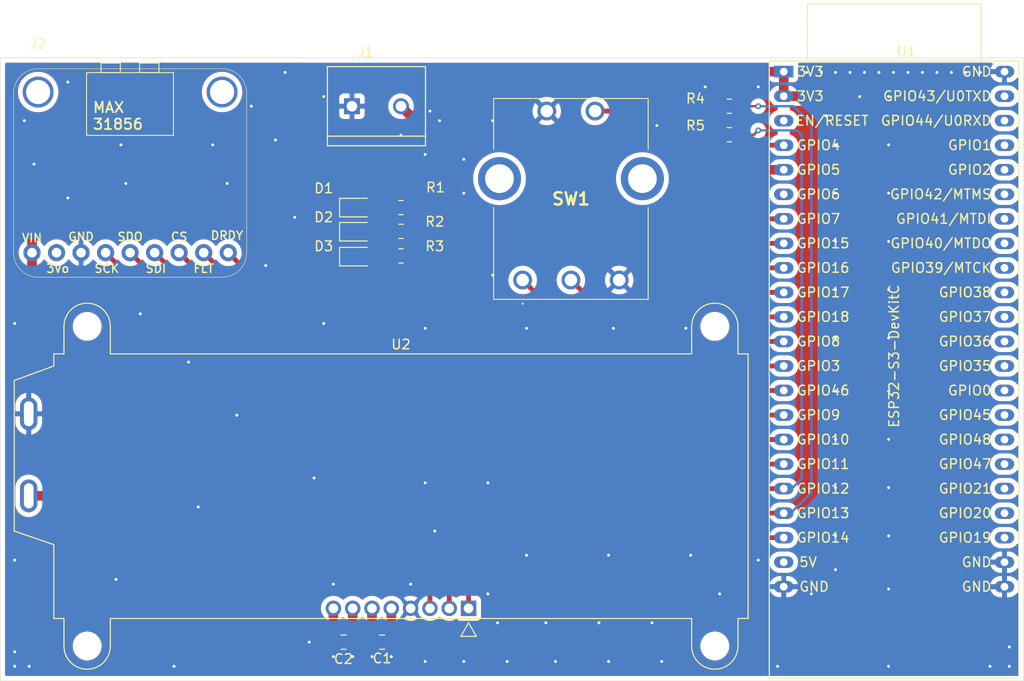
<source format=kicad_pcb>
(kicad_pcb (version 20241229) (generator "pcbnew") (generator_version "9.0")
  (title_block (title "Tube Furnace PCB") (date "2025-03-26") (rev "v2") (company "Waterloo Hacker Fab"))
  (layers (0 "F.Cu" signal) (2 "B.Cu" signal) (13 "F.Paste" user) (15 "B.Paste" user) (5 "F.SilkS" user "F.Silkscreen") (7 "B.SilkS" user "B.Silkscreen") (1 "F.Mask" user) (3 "B.Mask" user) (25 "Edge.Cuts" user))
  (net 0 "")
  (net 1 "GND")
  (net 2 "+3.3V")
  (net 3 "+5V")
  (net 4 "/SSR_PWM")
  (net 5 "Net-(D3-A)")
  (net 6 "Net-(D2-A)")
  (net 7 "Net-(D1-A)")
  (net 8 "Net-(U2-VOUT)")
  (net 9 "Net-(U2-C1+)")
  (net 10 "Net-(U2-C1-)")
  (net 11 "/SCL")
  (net 12 "/SDA")
  (net 13 "/ENC_B")
  (net 14 "/ENC_A")
  (net 15 "/ENC_SW")
  (net 16 "/MAX_SDO")
  (net 17 "/MAX_SCK")
  (net 18 "/MAX_DRDY")
  (net 19 "/MAX_3.3VOUT")
  (net 20 "/MAX_SDI")
  (net 21 "/MAX_CS")
  (net 22 "/MAX_FAULT")
  (net 23 "/DISPLAY_RST")
  (net 24 "/LED_1")
  (net 25 "/LED_2")
  (net 26 "/LED_3")
  (footprint "Diode_SMD:D_0805_2012Metric_Pad1.15x1.40mm_HandSolder" (layer "F.Cu") (at 121 76.5)
    (property "Reference" "D2" (hide yes))
    (property "Value" "LED")
    (pad "1" smd roundrect (at -1.025 0) (size 1.15 1.4) (layers "F.Cu" "F.Mask" "F.Paste") (roundrect_rratio 0.217391) (net 1 "GND"))
    (pad "2" smd roundrect (at 1.025 0) (size 1.15 1.4) (layers "F.Cu" "F.Mask" "F.Paste") (roundrect_rratio 0.217391) (net 6 "Net-(D2-A)"))
  )
  (footprint "phoenix_footprints:TE_282837-2" (layer "F.Cu") (at 122.96 63.5)
    (property "Reference" "J1" (at -1.127255 -5.614945 0) (layer "F.SilkS") (effects (font (size 1.002039 1.002039))))
    (property "Value" "Screw_Terminal_01x02")
    (pad "1" thru_hole rect (at -2.54 0) (size 1.65 1.65) (drill 1.1) (layers "*.Cu" "*.Mask") (net 1 "GND"))
    (pad "2" thru_hole circle (at 2.54 0) (size 1.65 1.65) (drill 1.1) (layers "*.Cu" "*.Mask") (net 4 "/SSR_PWM"))
  )
  (footprint "Capacitor_SMD:C_0805_2012Metric" (layer "F.Cu") (at 123.55 119 180)
    (property "Reference" "C1" (at 0 -1.68 0) (layer "F.SilkS"))
    (property "Value" "1uF")
    (pad "1" smd roundrect (at -0.95 0 180) (size 1 1.45) (layers "F.Cu" "F.Mask" "F.Paste") (net 2 "+3.3V"))
    (pad "2" smd roundrect (at 0.95 0 180) (size 1 1.45) (layers "F.Cu" "F.Mask" "F.Paste") (net 8 "Net-(U2-VOUT)"))
  )
  (footprint "Resistor_SMD:R_0805_2012Metric_Pad1.20x1.40mm_HandSolder" (layer "F.Cu") (at 125.5 76.46 180)
    (property "Reference" "R2" (at -3.5 1 0) (layer "F.SilkS"))
    (property "Value" "220")
    (pad "1" smd roundrect (at -1 0 180) (size 1.2 1.4) (layers "F.Cu" "F.Mask" "F.Paste") (roundrect_rratio 0.208333) (net 25 "/LED_2"))
    (pad "2" smd roundrect (at 1 0 180) (size 1.2 1.4) (layers "F.Cu" "F.Mask" "F.Paste") (roundrect_rratio 0.208333) (net 6 "Net-(D2-A)"))
  )
  (footprint "Capacitor_SMD:C_0805_2012Metric" (layer "F.Cu") (at 119.55 119 180)
    (property "Reference" "C2" (at 0.008519 -1.745267 0) (layer "F.SilkS"))
    (property "Value" "1uF")
    (pad "1" smd roundrect (at -0.95 0 180) (size 1 1.45) (layers "F.Cu" "F.Mask" "F.Paste") (net 9 "Net-(U2-C1+)"))
    (pad "2" smd roundrect (at 0.95 0 180) (size 1 1.45) (layers "F.Cu" "F.Mask" "F.Paste") (net 10 "Net-(U2-C1-)"))
  )
  (footprint "Resistor_SMD:R_0805_2012Metric_Pad1.20x1.40mm_HandSolder" (layer "F.Cu") (at 125.5 79 180)
    (property "Reference" "R3" (at -3.5 1 0) (layer "F.SilkS"))
    (property "Value" "220")
    (pad "1" smd roundrect (at -1 0 180) (size 1.2 1.4) (layers "F.Cu" "F.Mask" "F.Paste") (roundrect_rratio 0.208333) (net 26 "/LED_3"))
    (pad "2" smd roundrect (at 1 0 180) (size 1.2 1.4) (layers "F.Cu" "F.Mask" "F.Paste") (roundrect_rratio 0.208333) (net 5 "Net-(D3-A)"))
  )
  (footprint "!footprints:PEC164120FS0012" (layer "F.Cu") (at 138.1 81.5)
    (property "Reference" "SW1" (at 5 -8.4 0) (layer "F.SilkS") (effects (font (size 1.27 1.27) (thickness 0.254))))
    (property "Value" "RotaryEncoder_Switch" (hide yes))
    (pad "A" thru_hole circle (at 0 0) (size 1.95 1.95) (drill 1.3) (layers "*.Cu" "*.Mask") (net 14 "/ENC_A"))
    (pad "B" thru_hole circle (at 5 0) (size 1.95 1.95) (drill 1.3) (layers "*.Cu" "*.Mask") (net 13 "/ENC_B"))
    (pad "C" thru_hole circle (at 10 0) (size 1.95 1.95) (drill 1.3) (layers "*.Cu" "*.Mask") (net 1 "GND"))
    (pad "MH1" thru_hole circle (at -2.4 -10.5) (size 4.46 4.46) (drill 2.9732) (layers "*.Cu" "*.Mask"))
    (pad "MH2" thru_hole circle (at 12.4 -10.5) (size 4.46 4.46) (drill 2.9732) (layers "*.Cu" "*.Mask"))
    (pad "S1" thru_hole circle (at 2.5 -17.5) (size 1.95 1.95) (drill 1.3) (layers "*.Cu" "*.Mask") (net 1 "GND"))
    (pad "S2" thru_hole circle (at 7.5 -17.5) (size 1.95 1.95) (drill 1.3) (layers "*.Cu" "*.Mask") (net 15 "/ENC_SW"))
  )
  (footprint "Diode_SMD:D_0805_2012Metric_Pad1.15x1.40mm_HandSolder" (layer "F.Cu") (at 121 79.08)
    (property "Reference" "D3" (hide yes))
    (property "Value" "LED")
    (pad "1" smd roundrect (at -1.025 0) (size 1.15 1.4) (layers "F.Cu" "F.Mask" "F.Paste") (roundrect_rratio 0.217391) (net 1 "GND"))
    (pad "2" smd roundrect (at 1.025 0) (size 1.15 1.4) (layers "F.Cu" "F.Mask" "F.Paste") (roundrect_rratio 0.217391) (net 5 "Net-(D3-A)"))
  )
  (footprint "Resistor_SMD:R_0805_2012Metric_Pad1.20x1.40mm_HandSolder" (layer "F.Cu") (at 159.5 66.45)
    (property "Reference" "R5" (at -3.5 -0.95 0) (layer "F.SilkS"))
    (property "Value" "4.7k")
    (pad "1" smd roundrect (at -1 0) (size 1.2 1.4) (layers "F.Cu" "F.Mask" "F.Paste") (roundrect_rratio 0.208333) (net 2 "+3.3V"))
    (pad "2" smd roundrect (at 1 0) (size 1.2 1.4) (layers "F.Cu" "F.Mask" "F.Paste") (roundrect_rratio 0.208333) (net 12 "/SDA"))
  )
  (footprint "Resistor_SMD:R_0805_2012Metric_Pad1.20x1.40mm_HandSolder" (layer "F.Cu") (at 159.5 63.5)
    (property "Reference" "R4" (at -3.5 -0.8 0) (layer "F.SilkS"))
    (property "Value" "4.7k")
    (pad "1" smd roundrect (at -1 0) (size 1.2 1.4) (layers "F.Cu" "F.Mask" "F.Paste") (roundrect_rratio 0.208333) (net 2 "+3.3V"))
    (pad "2" smd roundrect (at 1 0) (size 1.2 1.4) (layers "F.Cu" "F.Mask" "F.Paste") (roundrect_rratio 0.208333) (net 11 "/SCL"))
  )
  (footprint "Diode_SMD:D_0805_2012Metric_Pad1.15x1.40mm_HandSolder" (layer "F.Cu") (at 121 74)
    (property "Reference" "D1" (hide yes))
    (property "Value" "LED")
    (pad "1" smd roundrect (at -1.025 0) (size 1.15 1.4) (layers "F.Cu" "F.Mask" "F.Paste") (roundrect_rratio 0.217391) (net 1 "GND"))
    (pad "2" smd roundrect (at 1.025 0) (size 1.15 1.4) (layers "F.Cu" "F.Mask" "F.Paste") (roundrect_rratio 0.217391) (net 7 "Net-(D1-A)"))
  )
  (footprint "Display:NHD-C0220BiZ" (layer "F.Cu") (at 125.5 99.6)
    (property "Reference" "U2" (at 0 -11.43 0) (layer "F.SilkS"))
    (property "Value" "NHD-C0220BIZ")
    (pad "" np_thru_hole circle (at -32.5 -13.3) (size 2.5 2.5) (drill 2.5) (layers "*.Cu" "*.Mask"))
    (pad "" np_thru_hole circle (at -32.5 19.8) (size 2.5 2.5) (drill 2.5) (layers "*.Cu" "*.Mask"))
    (pad "" np_thru_hole circle (at 32.5 -13.3) (size 2.5 2.5) (drill 2.5) (layers "*.Cu" "*.Mask"))
    (pad "" np_thru_hole circle (at 32.5 19.8) (size 2.5 2.5) (drill 2.5) (layers "*.Cu" "*.Mask"))
    (pad "1" thru_hole rect (at 7 15.9) (size 1.6 1.6) (drill 1) (layers "*.Cu" "*.Mask") (net 23 "/DISPLAY_RST"))
    (pad "2" thru_hole circle (at 5 15.9) (size 1.6 1.6) (drill 1) (layers "*.Cu" "*.Mask") (net 11 "/SCL"))
    (pad "3" thru_hole circle (at 3 15.9) (size 1.6 1.6) (drill 1) (layers "*.Cu" "*.Mask") (net 12 "/SDA"))
    (pad "4" thru_hole circle (at 1 15.9) (size 1.6 1.6) (drill 1) (layers "*.Cu" "*.Mask") (net 1 "GND"))
    (pad "5" thru_hole circle (at -1 15.9) (size 1.6 1.6) (drill 1) (layers "*.Cu" "*.Mask") (net 2 "+3.3V"))
    (pad "6" thru_hole circle (at -3 15.9) (size 1.6 1.6) (drill 1) (layers "*.Cu" "*.Mask") (net 8 "Net-(U2-VOUT)"))
    (pad "7" thru_hole circle (at -5 15.9) (size 1.6 1.6) (drill 1) (layers "*.Cu" "*.Mask") (net 9 "Net-(U2-C1+)"))
    (pad "8" thru_hole circle (at -7 15.9) (size 1.6 1.6) (drill 1) (layers "*.Cu" "*.Mask") (net 10 "Net-(U2-C1-)"))
    (pad "9" thru_hole oval (at -38.55 4.25) (size 1.8 3.4) (drill oval 1 2.6) (layers "*.Cu" "*.Mask") (net 2 "+3.3V"))
    (pad "10" thru_hole oval (at -38.55 -4.25) (size 1.8 3.4) (drill oval 1 2.6) (layers "*.Cu" "*.Mask") (net 1 "GND"))
  )
  (footprint "PCM_Espressif:ESP32-S3-DevKitC" (layer "F.Cu") (at 165.14 59.92)
    (property "Reference" "U1" (at 12.7 -2.1 0) (layer "F.SilkS"))
    (property "Value" "ESP32-S3-DevKitC" (at 11.42632 29.46128 90) (layer "F.SilkS"))
    (fp_text user "GPIO47" (at 21.59 40.64 0) (layer "F.SilkS") (effects (justify right)))
    (fp_text user "3V3" (at 1.27 0 0) (layer "F.SilkS") (effects (justify left)))
    (fp_text user "GPIO18" (at 1.27 25.4 0) (layer "F.SilkS") (effects (justify left)))
    (fp_text user "GND" (at 1.52032 53.33728 0) (layer "F.SilkS") (effects (justify left)))
    (fp_text user "GPIO12" (at 1.27 43.18 0) (layer "F.SilkS") (effects (justify left)))
    (fp_text user "GPIO11" (at 1.27 40.64 0) (layer "F.SilkS") (effects (justify left)))
    (fp_text user "GPIO48" (at 21.59 38.1 0) (layer "F.SilkS") (effects (justify right)))
    (fp_text user "GPIO2" (at 21.59 10.16 0) (layer "F.SilkS") (effects (justify right)))
    (fp_text user "GPIO36" (at 21.59 27.94 0) (layer "F.SilkS") (effects (justify right)))
    (fp_text user "3V3" (at 1.27 2.54 0) (layer "F.SilkS") (effects (justify left)))
    (fp_text user "GPIO40/MTDO" (at 21.59 17.78 0) (layer "F.SilkS") (effects (justify right)))
    (fp_text user "GPIO9" (at 1.27 35.56 0) (layer "F.SilkS") (effects (justify left)))
    (fp_text user "GND" (at 21.59 50.8 0) (layer "F.SilkS") (effects (justify right)))
    (fp_text user "GPIO17" (at 1.27 22.86 0) (layer "F.SilkS") (effects (justify left)))
    (fp_text user "GPIO21" (at 21.59 43.18 0) (layer "F.SilkS") (effects (justify right)))
    (fp_text user "GPIO6" (at 1.27 12.7 0) (layer "F.SilkS") (effects (justify left)))
    (fp_text user "GPIO5" (at 1.27 10.16 0) (layer "F.SilkS") (effects (justify left)))
    (fp_text user "GPIO19" (at 21.59 48.26 0) (layer "F.SilkS") (effects (justify right)))
    (fp_text user "GPIO37" (at 21.59 25.4 0) (layer "F.SilkS") (effects (justify right)))
    (fp_text user "GPIO20" (at 21.59 45.72 0) (layer "F.SilkS") (effects (justify right)))
    (fp_text user "GPIO38" (at 21.59 22.86 0) (layer "F.SilkS") (effects (justify right)))
    (fp_text user "GPIO7" (at 1.27 15.24 0) (layer "F.SilkS") (effects (justify left)))
    (fp_text user "GPIO39/MTCK" (at 21.59 20.32 0) (layer "F.SilkS") (effects (justify right)))
    (fp_text user "5V" (at 1.52032 50.79728 0) (layer "F.SilkS") (effects (justify left)))
    (fp_text user "GPIO44/U0RXD" (at 21.59 5.08 0) (layer "F.SilkS") (effects (justify right)))
    (fp_text user "GPIO0" (at 21.59 33.02 0) (layer "F.SilkS") (effects (justify right)))
    (fp_text user "GND" (at 21.59 0 0) (layer "F.SilkS") (effects (justify right)))
    (fp_text user "GPIO42/MTMS" (at 21.59 12.7 0) (layer "F.SilkS") (effects (justify right)))
    (fp_text user "GPIO4" (at 1.27 7.62 0) (layer "F.SilkS") (effects (justify left)))
    (fp_text user "GPIO10" (at 1.27 38.1 0) (layer "F.SilkS") (effects (justify left)))
    (fp_text user "GPIO13" (at 1.27 45.72 0) (layer "F.SilkS") (effects (justify left)))
    (fp_text user "GPIO46" (at 1.27 33.02 0) (layer "F.SilkS") (effects (justify left)))
    (fp_text user "GPIO8" (at 1.27 27.94 0) (layer "F.SilkS") (effects (justify left)))
    (fp_text user "GPIO41/MTDI" (at 21.59 15.24 0) (layer "F.SilkS") (effects (justify right)))
    (fp_text user "GPIO15" (at 1.27 17.78 0) (layer "F.SilkS") (effects (justify left)))
    (fp_text user "GPIO35" (at 21.59 30.48 0) (layer "F.SilkS") (effects (justify right)))
    (fp_text user "GND" (at 21.59 53.34 0) (layer "F.SilkS") (effects (justify right)))
    (fp_text user "GPIO14" (at 1.27 48.26 0) (layer "F.SilkS") (effects (justify left)))
    (fp_text user "GPIO1" (at 21.59 7.62 0) (layer "F.SilkS") (effects (justify right)))
    (fp_text user "GPIO43/U0TXD" (at 21.59 2.54 0) (layer "F.SilkS") (effects (justify right)))
    (fp_text user "GPIO45" (at 21.59 35.56 0) (layer "F.SilkS") (effects (justify right)))
    (fp_text user "GPIO16" (at 1.27 20.32 0) (layer "F.SilkS") (effects (justify left)))
    (fp_text user "GPIO3" (at 1.27 30.48 0) (layer "F.SilkS") (effects (justify left)))
    (fp_text user "EN/RESET" (at 8.88632 5.07728 0) (layer "F.SilkS") (effects (justify right)))
    (pad "1" thru_hole rect (at 0 0 270) (size 1.2 2) (drill 0.8) (layers "*.Cu" "*.Mask") (net 2 "+3.3V"))
    (pad "2" thru_hole oval (at 0 2.54 270) (size 1.2 2) (drill 0.8) (layers "*.Cu" "*.Mask") (net 2 "+3.3V"))
    (pad "3" thru_hole oval (at 0 5.08 270) (size 1.2 2) (drill 0.8) (layers "*.Cu" "*.Mask"))
    (pad "4" thru_hole oval (at 0 7.62 270) (size 1.2 2) (drill 0.8) (layers "*.Cu" "*.Mask") (net 15 "/ENC_SW"))
    (pad "5" thru_hole oval (at 0 10.16 270) (size 1.2 2) (drill 0.8) (layers "*.Cu" "*.Mask") (net 4 "/SSR_PWM"))
    (pad "6" thru_hole oval (at 0 12.7 270) (size 1.2 2) (drill 0.8) (layers "*.Cu" "*.Mask"))
    (pad "7" thru_hole oval (at 0 15.24 270) (size 1.2 2) (drill 0.8) (layers "*.Cu" "*.Mask") (net 24 "/LED_1"))
    (pad "8" thru_hole oval (at 0 17.78 270) (size 1.2 2) (drill 0.8) (layers "*.Cu" "*.Mask") (net 25 "/LED_2"))
    (pad "9" thru_hole oval (at 0 20.32 270) (size 1.2 2) (drill 0.8) (layers "*.Cu" "*.Mask") (net 26 "/LED_3"))
    (pad "10" thru_hole oval (at 0 22.86 270) (size 1.2 2) (drill 0.8) (layers "*.Cu" "*.Mask") (net 13 "/ENC_B"))
    (pad "11" thru_hole oval (at 0 25.4 270) (size 1.2 2) (drill 0.8) (layers "*.Cu" "*.Mask") (net 14 "/ENC_A"))
    (pad "12" thru_hole oval (at 0 27.94 270) (size 1.2 2) (drill 0.8) (layers "*.Cu" "*.Mask") (net 18 "/MAX_DRDY"))
    (pad "13" thru_hole oval (at 0 30.48 270) (size 1.2 2) (drill 0.8) (layers "*.Cu" "*.Mask") (net 22 "/MAX_FAULT"))
    (pad "14" thru_hole oval (at 0 33.02 270) (size 1.2 2) (drill 0.8) (layers "*.Cu" "*.Mask") (net 21 "/MAX_CS"))
    (pad "15" thru_hole oval (at 0 35.56 270) (size 1.2 2) (drill 0.8) (layers "*.Cu" "*.Mask") (net 20 "/MAX_SDI"))
    (pad "16" thru_hole oval (at 0 38.1 270) (size 1.2 2) (drill 0.8) (layers "*.Cu" "*.Mask") (net 16 "/MAX_SDO"))
    (pad "17" thru_hole oval (at 0 40.64 270) (size 1.2 2) (drill 0.8) (layers "*.Cu" "*.Mask") (net 17 "/MAX_SCK"))
    (pad "18" thru_hole oval (at 0 43.18 270) (size 1.2 2) (drill 0.8) (layers "*.Cu" "*.Mask") (net 12 "/SDA"))
    (pad "19" thru_hole oval (at 0 45.72 270) (size 1.2 2) (drill 0.8) (layers "*.Cu" "*.Mask") (net 11 "/SCL"))
    (pad "20" thru_hole oval (at -0.00368 48.25728 270) (size 1.2 2) (drill 0.8) (layers "*.Cu" "*.Mask") (net 23 "/DISPLAY_RST"))
    (pad "21" thru_hole oval (at -0.00368 50.79728 270) (size 1.2 2) (drill 0.8) (layers "*.Cu" "*.Mask") (net 3 "+5V"))
    (pad "22" thru_hole oval (at -0.00368 53.33728 270) (size 1.2 2) (drill 0.8) (layers "*.Cu" "*.Mask") (net 1 "GND"))
    (pad "23" thru_hole oval (at 22.86 53.34 270) (size 1.2 2) (drill 0.8) (layers "*.Cu" "*.Mask") (net 1 "GND"))
    (pad "24" thru_hole oval (at 22.86 50.8 270) (size 1.2 2) (drill 0.8) (layers "*.Cu" "*.Mask") (net 1 "GND"))
    (pad "25" thru_hole oval (at 22.86 48.26 270) (size 1.2 2) (drill 0.8) (layers "*.Cu" "*.Mask"))
    (pad "26" thru_hole oval (at 22.86 45.72 270) (size 1.2 2) (drill 0.8) (layers "*.Cu" "*.Mask"))
    (pad "27" thru_hole oval (at 22.86 43.18 270) (size 1.2 2) (drill 0.8) (layers "*.Cu" "*.Mask"))
    (pad "28" thru_hole oval (at 22.86 40.64 270) (size 1.2 2) (drill 0.8) (layers "*.Cu" "*.Mask"))
    (pad "29" thru_hole oval (at 22.86 38.1 270) (size 1.2 2) (drill 0.8) (layers "*.Cu" "*.Mask"))
    (pad "30" thru_hole oval (at 22.86 35.56 270) (size 1.2 2) (drill 0.8) (layers "*.Cu" "*.Mask"))
    (pad "31" thru_hole oval (at 22.86 33.02 270) (size 1.2 2) (drill 0.8) (layers "*.Cu" "*.Mask"))
    (pad "32" thru_hole oval (at 22.86 30.48 270) (size 1.2 2) (drill 0.8) (layers "*.Cu" "*.Mask"))
    (pad "33" thru_hole oval (at 22.86 27.94 270) (size 1.2 2) (drill 0.8) (layers "*.Cu" "*.Mask"))
    (pad "34" thru_hole oval (at 22.86 25.4 270) (size 1.2 2) (drill 0.8) (layers "*.Cu" "*.Mask"))
    (pad "35" thru_hole oval (at 22.86 22.86 270) (size 1.2 2) (drill 0.8) (layers "*.Cu" "*.Mask"))
    (pad "36" thru_hole oval (at 22.86 20.32 270) (size 1.2 2) (drill 0.8) (layers "*.Cu" "*.Mask"))
    (pad "37" thru_hole oval (at 22.86 17.78 270) (size 1.2 2) (drill 0.8) (layers "*.Cu" "*.Mask"))
    (pad "38" thru_hole oval (at 22.86 15.24 270) (size 1.2 2) (drill 0.8) (layers "*.Cu" "*.Mask"))
    (pad "39" thru_hole oval (at 22.86 12.7 270) (size 1.2 2) (drill 0.8) (layers "*.Cu" "*.Mask"))
    (pad "40" thru_hole oval (at 22.86 10.16 270) (size 1.2 2) (drill 0.8) (layers "*.Cu" "*.Mask"))
    (pad "41" thru_hole oval (at 22.86 7.62 270) (size 1.2 2) (drill 0.8) (layers "*.Cu" "*.Mask"))
    (pad "42" thru_hole oval (at 22.86 5.08 270) (size 1.2 2) (drill 0.8) (layers "*.Cu" "*.Mask"))
    (pad "43" thru_hole oval (at 22.86 2.54 270) (size 1.2 2) (drill 0.8) (layers "*.Cu" "*.Mask"))
    (pad "44" thru_hole oval (at 22.86 0 270) (size 1.2 2) (drill 0.8) (layers "*.Cu" "*.Mask") (net 1 "GND"))
  )
  (footprint "!footprints:MAX31856_HEADER" (layer "F.Cu") (at 87.936314 62.019686)
    (property "Reference" "J2" (at 0 -5 0) (layer "F.SilkS") (effects (font (thickness 0.1))))
    (property "Value" "Conn_01x09_Socket")
    (fp_text user "SCK" (at 7.100686 18.299314 0) (layer "F.SilkS") (effects (font (size 0.8636 0.8636) (thickness 0.1524))))
    (fp_text user "SDI" (at 12.180686 18.299314 0) (layer "F.SilkS") (effects (font (size 0.8636 0.8636) (thickness 0.1524))))
    (fp_text user "GND" (at 4.433686 14.997314 0) (layer "F.SilkS") (effects (font (size 0.8636 0.8636) (thickness 0.1524))))
    (fp_text user "FLT" (at 17.133686 18.299314 0) (layer "F.SilkS") (effects (font (size 0.8636 0.8636) (thickness 0.1524))))
    (fp_text user "3Vo" (at 2.020686 18.299314 0) (layer "F.SilkS") (effects (font (size 0.8636 0.8636) (thickness 0.1524))))
    (fp_text user "CS" (at 14.593686 14.997314 0) (layer "F.SilkS") (effects (font (size 0.8636 0.8636) (thickness 0.1524))))
    (fp_text user "SDO" (at 9.513686 14.997314 0) (layer "F.SilkS") (effects (font (size 0.8636 0.8636) (thickness 0.1524))))
    (fp_text user "DRDY" (at 19.546686 14.870314 0) (layer "F.SilkS") (effects (font (size 0.8636 0.8636) (thickness 0.1524))))
    (fp_text user "VIN" (at -0.646314 15.124314 0) (layer "F.SilkS") (effects (font (size 0.8636 0.8636) (thickness 0.1524))))
    (fp_text user "MAX\n31856" (at 5.563686 3.980314 0) (layer "F.SilkS") (effects (font (size 1.0795 1.0795) (thickness 0.1905)) (justify left bottom)))
    (pad "1" thru_hole circle (at 19.673686 16.648314 270) (size 1.778 1.778) (drill 1) (layers "*.Cu" "*.Mask") (net 18 "/MAX_DRDY"))
    (pad "2" thru_hole circle (at 17.133686 16.648314 270) (size 1.778 1.778) (drill 1) (layers "*.Cu" "*.Mask") (net 22 "/MAX_FAULT"))
    (pad "3" thru_hole circle (at 14.593686 16.648314 270) (size 1.778 1.778) (drill 1) (layers "*.Cu" "*.Mask") (net 21 "/MAX_CS"))
    (pad "4" thru_hole circle (at 12.053686 16.648314 270) (size 1.778 1.778) (drill 1) (layers "*.Cu" "*.Mask") (net 20 "/MAX_SDI"))
    (pad "5" thru_hole circle (at 9.513686 16.648314 270) (size 1.778 1.778) (drill 1) (layers "*.Cu" "*.Mask") (net 16 "/MAX_SDO"))
    (pad "6" thru_hole circle (at 6.973686 16.648314 270) (size 1.778 1.778) (drill 1) (layers "*.Cu" "*.Mask") (net 17 "/MAX_SCK"))
    (pad "7" thru_hole circle (at 4.433686 16.648314 270) (size 1.778 1.778) (drill 1) (layers "*.Cu" "*.Mask") (net 1 "GND"))
    (pad "8" thru_hole circle (at 1.893686 16.648314 270) (size 1.778 1.778) (drill 1) (layers "*.Cu" "*.Mask") (net 19 "/MAX_3.3VOUT"))
    (pad "9" thru_hole circle (at -0.646314 16.648314 270) (size 1.778 1.778) (drill 1) (layers "*.Cu" "*.Mask") (net 2 "+3.3V"))
    (pad "P$1" thru_hole circle (at -0.011314 0.011314) (size 3.2 3.2) (drill 2.5) (layers "*.Cu" "*.Mask"))
    (pad "P$1" thru_hole circle (at 19.038686 0.011314) (size 3.2 3.2) (drill 2.5) (layers "*.Cu" "*.Mask"))
    (zone (net 0) (net_name "") (layer "F.Cu") (connect_pads (clearance 0)) (min_thickness 0.25)
      (keepout (tracks not_allowed) (vias not_allowed) (pads not_allowed) (copperpour not_allowed) (footprints allowed))
      (fill (thermal_gap 0.5) (thermal_bridge_width 0.5))
      (polygon (pts (xy 89.941 62.031) (xy 89.92138 61.750427) (xy 89.862904 61.475315) (xy 89.766708 61.211019) (xy 89.634665 60.962683) (xy 89.469346 60.73514) (xy 89.273967 60.53282) (xy 89.052333 60.35966) (xy 88.808756 60.219031) (xy 88.547978 60.11367) (xy 88.275075 60.045628) (xy 87.995357 60.016228) (xy 87.714271 60.026044) (xy 87.437285 60.074884) (xy 87.169793 60.161797) (xy 86.917 60.285093) (xy 86.683826 60.44237) (xy 86.474811 60.630569) (xy 86.294022 60.846025) (xy 86.144978 61.084545) (xy 86.03058 61.341487) (xy 85.953054 61.61185) (xy 85.913911 61.890371) (xy 85.913911 62.171629) (xy 85.953054 62.45015) (xy 86.03058 62.720513) (xy 86.144978 62.977455) (xy 86.294022 63.215975) (xy 86.474811 63.431431) (xy 86.683826 63.61963) (xy 86.917 63.776907) (xy 87.169793 63.900203) (xy 87.437285 63.987116) (xy 87.714271 64.035956) (xy 87.995357 64.045772) (xy 88.275075 64.016372) (xy 88.547978 63.94833) (xy 88.808756 63.842969) (xy 89.052333 63.70234) (xy 89.273967 63.52918) (xy 89.469346 63.32686) (xy 89.634665 63.099317) (xy 89.766708 62.850981) (xy 89.862904 62.586685) (xy 89.92138 62.311573)))
      (polygon (pts (xy 87.909 62.031) (xy 87.913686 62.042314) (xy 87.925 62.047) (xy 87.936314 62.042314) (xy 87.941 62.031) (xy 87.936314 62.019686) (xy 87.925 62.015) (xy 87.913686 62.019686)))
    )
    (zone (net 0) (net_name "") (layer "F.Cu") (connect_pads (clearance 0)) (min_thickness 0.25)
      (keepout (tracks not_allowed) (vias not_allowed) (pads not_allowed) (copperpour not_allowed) (footprints allowed))
      (fill (thermal_gap 0.5) (thermal_bridge_width 0.5))
      (polygon (pts (xy 108.991 62.031) (xy 108.97138 61.750427) (xy 108.912904 61.475315) (xy 108.816708 61.211019) (xy 108.684665 60.962683) (xy 108.519346 60.73514) (xy 108.323967 60.53282) (xy 108.102333 60.35966) (xy 107.858756 60.219031) (xy 107.597978 60.11367) (xy 107.325075 60.045628) (xy 107.045357 60.016228) (xy 106.764271 60.026044) (xy 106.487285 60.074884) (xy 106.219793 60.161797) (xy 105.967 60.285093) (xy 105.733826 60.44237) (xy 105.524811 60.630569) (xy 105.344022 60.846025) (xy 105.194978 61.084545) (xy 105.08058 61.341487) (xy 105.003054 61.61185) (xy 104.963911 61.890371) (xy 104.963911 62.171629) (xy 105.003054 62.45015) (xy 105.08058 62.720513) (xy 105.194978 62.977455) (xy 105.344022 63.215975) (xy 105.524811 63.431431) (xy 105.733826 63.61963) (xy 105.967 63.776907) (xy 106.219793 63.900203) (xy 106.487285 63.987116) (xy 106.764271 64.035956) (xy 107.045357 64.045772) (xy 107.325075 64.016372) (xy 107.597978 63.94833) (xy 107.858756 63.842969) (xy 108.102333 63.70234) (xy 108.323967 63.52918) (xy 108.519346 63.32686) (xy 108.684665 63.099317) (xy 108.816708 62.850981) (xy 108.912904 62.586685) (xy 108.97138 62.311573)))
      (polygon (pts (xy 106.959 62.031) (xy 106.963686 62.042314) (xy 106.975 62.047) (xy 106.986314 62.042314) (xy 106.991 62.031) (xy 106.986314 62.019686) (xy 106.975 62.015) (xy 106.963686 62.019686)))
    )
    (zone (net 0) (net_name "") (layer "B.Cu") (connect_pads (clearance 0)) (min_thickness 0.25)
      (keepout (tracks not_allowed) (vias not_allowed) (pads not_allowed) (copperpour not_allowed) (footprints allowed))
      (fill (thermal_gap 0.5) (thermal_bridge_width 0.5))
      (polygon (pts (xy 89.941 62.031) (xy 89.92138 61.750427) (xy 89.862904 61.475315) (xy 89.766708 61.211019) (xy 89.634665 60.962683) (xy 89.469346 60.73514) (xy 89.273967 60.53282) (xy 89.052333 60.35966) (xy 88.808756 60.219031) (xy 88.547978 60.11367) (xy 88.275075 60.045628) (xy 87.995357 60.016228) (xy 87.714271 60.026044) (xy 87.437285 60.074884) (xy 87.169793 60.161797) (xy 86.917 60.285093) (xy 86.683826 60.44237) (xy 86.474811 60.630569) (xy 86.294022 60.846025) (xy 86.144978 61.084545) (xy 86.03058 61.341487) (xy 85.953054 61.61185) (xy 85.913911 61.890371) (xy 85.913911 62.171629) (xy 85.953054 62.45015) (xy 86.03058 62.720513) (xy 86.144978 62.977455) (xy 86.294022 63.215975) (xy 86.474811 63.431431) (xy 86.683826 63.61963) (xy 86.917 63.776907) (xy 87.169793 63.900203) (xy 87.437285 63.987116) (xy 87.714271 64.035956) (xy 87.995357 64.045772) (xy 88.275075 64.016372) (xy 88.547978 63.94833) (xy 88.808756 63.842969) (xy 89.052333 63.70234) (xy 89.273967 63.52918) (xy 89.469346 63.32686) (xy 89.634665 63.099317) (xy 89.766708 62.850981) (xy 89.862904 62.586685) (xy 89.92138 62.311573)))
      (polygon (pts (xy 87.909 62.031) (xy 87.913686 62.042314) (xy 87.925 62.047) (xy 87.936314 62.042314) (xy 87.941 62.031) (xy 87.936314 62.019686) (xy 87.925 62.015) (xy 87.913686 62.019686)))
    )
    (zone (net 0) (net_name "") (layer "B.Cu") (connect_pads (clearance 0)) (min_thickness 0.25)
      (keepout (tracks not_allowed) (vias not_allowed) (pads not_allowed) (copperpour not_allowed) (footprints allowed))
      (fill (thermal_gap 0.5) (thermal_bridge_width 0.5))
      (polygon (pts (xy 108.991 62.031) (xy 108.97138 61.750427) (xy 108.912904 61.475315) (xy 108.816708 61.211019) (xy 108.684665 60.962683) (xy 108.519346 60.73514) (xy 108.323967 60.53282) (xy 108.102333 60.35966) (xy 107.858756 60.219031) (xy 107.597978 60.11367) (xy 107.325075 60.045628) (xy 107.045357 60.016228) (xy 106.764271 60.026044) (xy 106.487285 60.074884) (xy 106.219793 60.161797) (xy 105.967 60.285093) (xy 105.733826 60.44237) (xy 105.524811 60.630569) (xy 105.344022 60.846025) (xy 105.194978 61.084545) (xy 105.08058 61.341487) (xy 105.003054 61.61185) (xy 104.963911 61.890371) (xy 104.963911 62.171629) (xy 105.003054 62.45015) (xy 105.08058 62.720513) (xy 105.194978 62.977455) (xy 105.344022 63.215975) (xy 105.524811 63.431431) (xy 105.733826 63.61963) (xy 105.967 63.776907) (xy 106.219793 63.900203) (xy 106.487285 63.987116) (xy 106.764271 64.035956) (xy 107.045357 64.045772) (xy 107.325075 64.016372) (xy 107.597978 63.94833) (xy 107.858756 63.842969) (xy 108.102333 63.70234) (xy 108.323967 63.52918) (xy 108.519346 63.32686) (xy 108.684665 63.099317) (xy 108.816708 62.850981) (xy 108.912904 62.586685) (xy 108.97138 62.311573)))
      (polygon (pts (xy 106.959 62.031) (xy 106.963686 62.042314) (xy 106.975 62.047) (xy 106.986314 62.042314) (xy 106.991 62.031) (xy 106.986314 62.019686) (xy 106.975 62.015) (xy 106.963686 62.019686)))
    )
  )
  (footprint "Resistor_SMD:R_0805_2012Metric_Pad1.20x1.40mm_HandSolder" (layer "F.Cu") (at 125.5 74 180)
    (property "Reference" "R1" (hide yes))
    (property "Value" "220")
    (pad "1" smd roundrect (at -1 0 180) (size 1.2 1.4) (layers "F.Cu" "F.Mask" "F.Paste") (roundrect_rratio 0.208333) (net 24 "/LED_1"))
    (pad "2" smd roundrect (at 1 0 180) (size 1.2 1.4) (layers "F.Cu" "F.Mask" "F.Paste") (roundrect_rratio 0.208333) (net 7 "Net-(D1-A)"))
  )
  (gr_rect (start 84 58.5) (end 190 123) (stroke (width 0.05)) (fill no) (layer "Edge.Cuts"))
  (gr_text "D3" (at 117.5 78 0) (layer "F.SilkS") (effects (font (size 1 1))))
  (gr_text "D1" (at 117.5 72 0) (layer "F.SilkS") (effects (font (size 1 1))))
  (gr_text "D2" (at 117.5 75 0) (layer "F.SilkS") (effects (font (size 1 1))))
  (gr_text "R1" (at 128 72.5 0) (layer "F.SilkS") (effects (font (size 1 1)) (justify left bottom)))
  (via (at 152.5 121) (size 0.6) (drill 0.3) (layers "F.Cu" "B.Cu") (net 1))
  (via (at 185.5 60) (size 0.6) (drill 0.3) (layers "F.Cu" "B.Cu") (net 1))
  (via (at 179.5 60) (size 0.6) (drill 0.3) (layers "F.Cu" "B.Cu") (net 1))
  (via (at 170.5 93) (size 0.6) (drill 0.3) (layers "F.Cu" "B.Cu") (net 1))
  (via (at 91 73) (size 0.6) (drill 0.3) (layers "F.Cu" "B.Cu") (net 1))
  (via (at 98.5 85) (size 0.6) (drill 0.3) (layers "F.Cu" "B.Cu") (net 1))
  (via (at 96.5 67.5) (size 0.6) (drill 0.3) (layers "F.Cu" "B.Cu") (net 1))
  (via (at 140.5 117) (size 0.6) (drill 0.3) (layers "F.Cu" "B.Cu") (net 1))
  (via (at 132 121) (size 0.6) (drill 0.3) (layers "F.Cu" "B.Cu") (net 1))
  (via (at 132 72.5) (size 0.6) (drill 0.3) (layers "F.Cu" "B.Cu") (net 1))
  (via (at 162.5 110.5) (size 0.6) (drill 0.3) (layers "F.Cu" "B.Cu") (net 1))
  (via (at 170.5 60) (size 0.6) (drill 0.3) (layers "F.Cu" "B.Cu") (net 1))
  (via (at 85.5 121.5) (size 0.6) (drill 0.3) (layers "F.Cu" "B.Cu") (net 1))
  (via (at 172 60) (size 0.6) (drill 0.3) (layers "F.Cu" "B.Cu") (net 1))
  (via (at 182.5 60) (size 0.6) (drill 0.3) (layers "F.Cu" "B.Cu") (net 1))
  (via (at 122.5 120.5) (size 0.6) (drill 0.3) (layers "F.Cu" "B.Cu") (net 1))
  (via (at 170.5 103) (size 0.6) (drill 0.3) (layers "F.Cu" "B.Cu") (net 1))
  (via (at 176 77.5) (size 0.6) (drill 0.3) (layers "F.Cu" "B.Cu") (net 1))
  (via (at 176 87.5) (size 0.6) (drill 0.3) (layers "F.Cu" "B.Cu") (net 1))
  (via (at 96 112.5) (size 0.6) (drill 0.3) (layers "F.Cu" "B.Cu") (net 1))
  (via (at 169.02461 59.973958) (size 0.6) (drill 0.3) (layers "F.Cu" "B.Cu") (net 1))
  (via (at 141.5 121) (size 0.6) (drill 0.3) (layers "F.Cu" "B.Cu") (net 1))
  (via (at 186.5 121.5) (size 0.6) (drill 0.3) (layers "F.Cu" "B.Cu") (net 1))
  (via (at 116.5 102) (size 0.6) (drill 0.3) (layers "F.Cu" "B.Cu") (net 1))
  (via (at 176 98) (size 0.6) (drill 0.3) (layers "F.Cu" "B.Cu") (net 1))
  (via (at 170.5 72.5) (size 0.6) (drill 0.3) (layers "F.Cu" "B.Cu") (net 1))
  (via (at 126.5 113) (size 0.6) (drill 0.3) (layers "F.Cu" "B.Cu") (net 1))
  (via (at 176.5 60) (size 0.6) (drill 0.3) (layers "F.Cu" "B.Cu") (net 1))
  (via (at 152 65.5) (size 0.6) (drill 0.3) (layers "F.Cu" "B.Cu") (net 1))
  (via (at 135 65) (size 0.6) (drill 0.3) (layers "F.Cu" "B.Cu") (net 1))
  (via (at 188.5 119.5) (size 0.6) (drill 0.3) (layers "F.Cu" "B.Cu") (net 1))
  (via (at 164.5 121.5) (size 0.6) (drill 0.3) (layers "F.Cu" "B.Cu") (net 1))
  (via (at 87 121.5) (size 0.6) (drill 0.3) (layers "F.Cu" "B.Cu") (net 1))
  (via (at 128 86.5) (size 0.6) (drill 0.3) (layers "F.Cu" "B.Cu") (net 1))
  (via (at 147.5 86.5) (size 0.6) (drill 0.3) (layers "F.Cu" "B.Cu") (net 1))
  (via (at 178 60) (size 0.6) (drill 0.3) (layers "F.Cu" "B.Cu") (net 1))
  (via (at 175 60) (size 0.6) (drill 0.3) (layers "F.Cu" "B.Cu") (net 1))
  (via (at 125.5 66.5) (size 0.6) (drill 0.3) (layers "F.Cu" "B.Cu") (net 1))
  (via (at 136.5 121) (size 0.6) (drill 0.3) (layers "F.Cu" "B.Cu") (net 1))
  (via (at 97 71.5) (size 0.6) (drill 0.3) (layers "F.Cu" "B.Cu") (net 1))
  (via (at 176 82.5) (size 0.6) (drill 0.3) (layers "F.Cu" "B.Cu") (net 1))
  (via (at 87.5 69.5) (size 0.6) (drill 0.3) (layers "F.Cu" "B.Cu") (net 1))
  (via (at 117.5 86) (size 0.6) (drill 0.3) (layers "F.Cu" "B.Cu") (net 1))
  (via (at 85.5 110.5) (size 0.6) (drill 0.3) (layers "F.Cu" "B.Cu") (net 1))
  (via (at 134.5 114) (size 0.6) (drill 0.3) (layers "F.Cu" "B.Cu") (net 1))
  (via (at 120.5 120.5) (size 0.6) (drill 0.3) (layers "F.Cu" "B.Cu") (net 1))
  (via (at 118.5 120.5) (size 0.6) (drill 0.3) (layers "F.Cu" "B.Cu") (net 1))
  (via (at 102 121.5) (size 0.6) (drill 0.3) (layers "F.Cu" "B.Cu") (net 1))
  (via (at 129.5 65) (size 0.6) (drill 0.3) (layers "F.Cu" "B.Cu") (net 1))
  (via (at 138.5 110) (size 0.6) (drill 0.3) (layers "F.Cu" "B.Cu") (net 1))
  (via (at 108.5 95.5) (size 0.6) (drill 0.3) (layers "F.Cu" "B.Cu") (net 1))
  (via (at 116 119) (size 0.6) (drill 0.3) (layers "F.Cu" "B.Cu") (net 1))
  (via (at 176 121.5) (size 0.6) (drill 0.3) (layers "F.Cu" "B.Cu") (net 1))
  (via (at 132 69) (size 0.6) (drill 0.3) (layers "F.Cu" "B.Cu") (net 1))
  (via (at 128 121) (size 0.6) (drill 0.3) (layers "F.Cu" "B.Cu") (net 1))
  (via (at 117.5 62.5) (size 0.6) (drill 0.3) (layers "F.Cu" "B.Cu") (net 1))
  (via (at 112.5 67) (size 0.6) (drill 0.3) (layers "F.Cu" "B.Cu") (net 1))
  (via (at 124.5 120.5) (size 0.6) (drill 0.3) (layers "F.Cu" "B.Cu") (net 1))
  (via (at 85.5 120) (size 0.6) (drill 0.3) (layers "F.Cu" "B.Cu") (net 1))
  (via (at 170.5 98) (size 0.6) (drill 0.3) (layers "F.Cu" "B.Cu") (net 1))
  (via (at 91 61) (size 0.6) (drill 0.3) (layers "F.Cu" "B.Cu") (net 1))
  (via (at 169.5 64.5) (size 0.6) (drill 0.3) (layers "F.Cu" "B.Cu") (net 1))
  (via (at 170.5 87.5) (size 0.6) (drill 0.3) (layers "F.Cu" "B.Cu") (net 1))
  (via (at 184 60) (size 0.6) (drill 0.3) (layers "F.Cu" "B.Cu") (net 1))
  (via (at 114.5 75) (size 0.6) (drill 0.3) (layers "F.Cu" "B.Cu") (net 1))
  (via (at 128 102.5) (size 0.6) (drill 0.3) (layers "F.Cu" "B.Cu") (net 1))
  (via (at 107.5 71.5) (size 0.6) (drill 0.3) (layers "F.Cu" "B.Cu") (net 1))
  (via (at 85.5 86) (size 0.6) (drill 0.3) (layers "F.Cu" "B.Cu") (net 1))
  (via (at 158.5 114) (size 0.6) (drill 0.3) (layers "F.Cu" "B.Cu") (net 1))
  (via (at 170.5 111.5) (size 0.6) (drill 0.3) (layers "F.Cu" "B.Cu") (net 1))
  (via (at 113.5 60) (size 0.6) (drill 0.3) (layers "F.Cu" "B.Cu") (net 1))
  (via (at 176 62.5) (size 0.6) (drill 0.3) (layers "F.Cu" "B.Cu") (net 1))
  (via (at 188.5 121.5) (size 0.6) (drill 0.3) (layers "F.Cu" "B.Cu") (net 1))
  (via (at 146 117) (size 0.6) (drill 0.3) (layers "F.Cu" "B.Cu") (net 1))
  (via (at 170.5 77.5) (size 0.6) (drill 0.3) (layers "F.Cu" "B.Cu") (net 1))
  (via (at 151.5 117) (size 0.6) (drill 0.3) (layers "F.Cu" "B.Cu") (net 1))
  (via (at 173 62.5) (size 0.6) (drill 0.3) (layers "F.Cu" "B.Cu") (net 1))
  (via (at 128 68.5) (size 0.6) (drill 0.3) (layers "F.Cu" "B.Cu") (net 1))
  (via (at 86.5 65) (size 0.6) (drill 0.3) (layers "F.Cu" "B.Cu") (net 1))
  (via (at 170.5 108) (size 0.6) (drill 0.3) (layers "F.Cu" "B.Cu") (net 1))
  (via (at 103.5 90) (size 0.6) (drill 0.3) (layers "F.Cu" "B.Cu") (net 1))
  (via (at 111.5 80) (size 0.6) (drill 0.3) (layers "F.Cu" "B.Cu") (net 1))
  (via (at 135.5 117) (size 0.6) (drill 0.3) (layers "F.Cu" "B.Cu") (net 1))
  (via (at 181 60) (size 0.6) (drill 0.3) (layers "F.Cu" "B.Cu") (net 1))
  (via (at 147 121) (size 0.6) (drill 0.3) (layers "F.Cu" "B.Cu") (net 1))
  (via (at 176 108) (size 0.6) (drill 0.3) (layers "F.Cu" "B.Cu") (net 1))
  (via (at 147 110) (size 0.6) (drill 0.3) (layers "F.Cu" "B.Cu") (net 1))
  (via (at 135 81) (size 0.6) (drill 0.3) (layers "F.Cu" "B.Cu") (net 1))
  (via (at 176 67.5) (size 0.6) (drill 0.3) (layers "F.Cu" "B.Cu") (net 1))
  (via (at 118.5 113) (size 0.6) (drill 0.3) (layers "F.Cu" "B.Cu") (net 1))
  (via (at 106 67.5) (size 0.6) (drill 0.3) (layers "F.Cu" "B.Cu") (net 1))
  (via (at 176 72.5) (size 0.6) (drill 0.3) (layers "F.Cu" "B.Cu") (net 1))
  (via (at 176 113.5) (size 0.6) (drill 0.3) (layers "F.Cu" "B.Cu") (net 1))
  (via (at 170.5 82.5) (size 0.6) (drill 0.3) (layers "F.Cu" "B.Cu") (net 1))
  (via (at 128.5 64) (size 0.6) (drill 0.3) (layers "F.Cu" "B.Cu") (net 1))
  (via (at 176 103) (size 0.6) (drill 0.3) (layers "F.Cu" "B.Cu") (net 1))
  (via (at 155.5 110) (size 0.6) (drill 0.3) (layers "F.Cu" "B.Cu") (net 1))
  (via (at 134.5 102.5) (size 0.6) (drill 0.3) (layers "F.Cu" "B.Cu") (net 1))
  (via (at 173.5 60) (size 0.6) (drill 0.3) (layers "F.Cu" "B.Cu") (net 1))
  (via (at 129 107.5) (size 0.6) (drill 0.3) (layers "F.Cu" "B.Cu") (net 1))
  (via (at 162.5 61.5) (size 0.6) (drill 0.3) (layers "F.Cu" "B.Cu") (net 1))
  (via (at 104.5 105) (size 0.6) (drill 0.3) (layers "F.Cu" "B.Cu") (net 1))
  (via (at 110 63.5) (size 0.6) (drill 0.3) (layers "F.Cu" "B.Cu") (net 1))
  (via (at 155 86.5) (size 0.6) (drill 0.3) (layers "F.Cu" "B.Cu") (net 1))
  (via (at 157 61.5) (size 0.6) (drill 0.3) (layers "F.Cu" "B.Cu") (net 1))
  (via (at 168 114) (size 0.6) (drill 0.3) (layers "F.Cu" "B.Cu") (net 1))
  (via (at 167.5 60) (size 0.6) (drill 0.3) (layers "F.Cu" "B.Cu") (net 1))
  (via (at 138.5 86.5) (size 0.6) (drill 0.3) (layers "F.Cu" "B.Cu") (net 1))
  (via (at 176 93) (size 0.6) (drill 0.3) (layers "F.Cu" "B.Cu") (net 1))
  (via (at 170.5 67.5) (size 0.6) (drill 0.3) (layers "F.Cu" "B.Cu") (net 1))
  (segment (start 87.29 88.79) (end 87.29 78.668) (width 1) (layer "F.Cu") (net 2))
  (segment (start 169 116) (end 172.5 112.5) (width 1) (layer "F.Cu") (net 2))
  (segment (start 91 92.5) (end 87.29 88.79) (width 1) (layer "F.Cu") (net 2))
  (segment (start 107 69.5) (end 90.5 69.5) (width 1) (layer "F.Cu") (net 2))
  (segment (start 87.29 72.71) (end 87.29 78.668) (width 1) (layer "F.Cu") (net 2))
  (segment (start 152.5 119) (end 155.5 116) (width 1) (layer "F.Cu") (net 2))
  (segment (start 169.96 62.46) (end 165.14 62.46) (width 1) (layer "F.Cu") (net 2))
  (segment (start 172.5 65) (end 169.96 62.46) (width 1) (layer "F.Cu") (net 2))
  (segment (start 124.5 119) (end 152.5 119) (width 1) (layer "F.Cu") (net 2))
  (segment (start 158.5 63) (end 161.58 59.92) (width 1) (layer "F.Cu") (net 2))
  (segment (start 158.5 63.5) (end 158.5 66.45) (width 1) (layer "F.Cu") (net 2))
  (segment (start 162 59.92) (end 116.58 59.92) (width 1) (layer "F.Cu") (net 2))
  (segment (start 158.5 63.5) (end 158.5 63) (width 1) (layer "F.Cu") (net 2))
  (segment (start 90.5 69.5) (end 87.29 72.71) (width 1) (layer "F.Cu") (net 2))
  (segment (start 155.5 116) (end 169 116) (width 1) (layer "F.Cu") (net 2))
  (segment (start 124.5 115.5) (end 124.5 119) (width 1) (layer "F.Cu") (net 2))
  (segment (start 89.65 103.85) (end 91 102.5) (width 1) (layer "F.Cu") (net 2))
  (segment (start 172.5 112.5) (end 172.5 65) (width 1) (layer "F.Cu") (net 2))
  (segment (start 116.58 59.92) (end 107 69.5) (width 1) (layer "F.Cu") (net 2))
  (segment (start 91 102.5) (end 91 92.5) (width 1) (layer "F.Cu") (net 2))
  (segment (start 86.95 103.85) (end 89.65 103.85) (width 1) (layer "F.Cu") (net 2))
  (segment (start 161.58 59.92) (end 162 59.92) (width 1) (layer "F.Cu") (net 2))
  (segment (start 162 59.92) (end 165.14 59.92) (width 1) (layer "F.Cu") (net 2))
  (segment (start 165.14 59.92) (end 165.14 62.46) (width 1) (layer "F.Cu") (net 2))
  (segment (start 125.5 63.5) (end 129 67) (width 1) (layer "F.Cu") (net 4))
  (segment (start 129 67) (end 152.5 67) (width 1) (layer "F.Cu") (net 4))
  (segment (start 152.5 67) (end 155.58 70.08) (width 1) (layer "F.Cu") (net 4))
  (segment (start 155.58 70.08) (end 165.14 70.08) (width 1) (layer "F.Cu") (net 4))
  (segment (start 122.025 79.08) (end 124.42 79.08) (width 0.5) (layer "F.Cu") (net 5))
  (segment (start 124.42 79.08) (end 124.5 79) (width 0.5) (layer "F.Cu") (net 5))
  (segment (start 122.065 76.46) (end 122.025 76.5) (width 0.5) (layer "F.Cu") (net 6))
  (segment (start 124.5 76.46) (end 122.065 76.46) (width 0.5) (layer "F.Cu") (net 6))
  (segment (start 122.025 74) (end 124.5 74) (width 0.5) (layer "F.Cu") (net 7))
  (segment (start 122.5 115.5) (end 122.5 118.9) (width 1) (layer "F.Cu") (net 8))
  (segment (start 122.6 115.6) (end 122.5 115.5) (width 0.2) (layer "F.Cu") (net 8))
  (segment (start 122.5 118.9) (end 122.6 119) (width 1) (layer "F.Cu") (net 8))
  (segment (start 120.5 115.5) (end 120.5 119) (width 1) (layer "F.Cu") (net 9))
  (segment (start 118.6 115.6) (end 118.5 115.5) (width 0.2) (layer "F.Cu") (net 10))
  (segment (start 118.5 115.5) (end 118.5 118.9) (width 1) (layer "F.Cu") (net 10))
  (segment (start 118.5 118.9) (end 118.6 119) (width 1) (layer "F.Cu") (net 10))
  (segment (start 160.5 63.5) (end 162.5 63.5) (width 0.25) (layer "F.Cu") (net 11))
  (segment (start 137.299761 105.64) (end 130.5 112.439761) (width 0.5) (layer "F.Cu") (net 11))
  (segment (start 165.14 105.64) (end 137.299761 105.64) (width 0.5) (layer "F.Cu") (net 11))
  (segment (start 130.5 112.439761) (end 130.5 115.5) (width 0.5) (layer "F.Cu") (net 11))
  (via (at 162.5 63.5) (size 0.6) (drill 0.3) (layers "F.Cu" "B.Cu") (net 11))
  (segment (start 168 65.3563) (end 168 103.5) (width 0.25) (layer "B.Cu") (net 11))
  (segment (start 166.1437 63.5) (end 168 65.3563) (width 0.25) (layer "B.Cu") (net 11))
  (segment (start 168 103.5) (end 165.86 105.64) (width 0.25) (layer "B.Cu") (net 11))
  (segment (start 165.86 105.64) (end 165.14 105.64) (width 0.25) (layer "B.Cu") (net 11))
  (segment (start 162.5 63.5) (end 166.1437 63.5) (width 0.25) (layer "B.Cu") (net 11))
  (segment (start 128.5 111.5) (end 128.5 115.5) (width 0.5) (layer "F.Cu") (net 12))
  (segment (start 160.5 66.45) (end 162.05 66.45) (width 0.25) (layer "F.Cu") (net 12))
  (segment (start 165.14 103.1) (end 136.9 103.1) (width 0.5) (layer "F.Cu") (net 12))
  (segment (start 162.05 66.45) (end 162.5 66) (width 0.25) (layer "F.Cu") (net 12))
  (segment (start 136.9 103.1) (end 128.5 111.5) (width 0.5) (layer "F.Cu") (net 12))
  (via (at 162.5 66) (size 0.6) (drill 0.3) (layers "F.Cu" "B.Cu") (net 12))
  (segment (start 162.5 66) (end 166.5 66) (width 0.25) (layer "B.Cu") (net 12))
  (segment (start 167 66.5) (end 167 102.070438) (width 0.25) (layer "B.Cu") (net 12))
  (segment (start 167 102.070438) (end 165.970438 103.1) (width 0.25) (layer "B.Cu") (net 12))
  (segment (start 166.5 66) (end 167 66.5) (width 0.25) (layer "B.Cu") (net 12))
  (segment (start 165.970438 103.1) (end 165.14 103.1) (width 0.25) (layer "B.Cu") (net 12))
  (segment (start 151.5 83.5) (end 145.1 83.5) (width 0.5) (layer "F.Cu") (net 13))
  (segment (start 152.22 82.78) (end 151.5 83.5) (width 0.5) (layer "F.Cu") (net 13))
  (segment (start 165.14 82.78) (end 152.22 82.78) (width 0.5) (layer "F.Cu") (net 13))
  (segment (start 145.1 83.5) (end 143.1 81.5) (width 0.5) (layer "F.Cu") (net 13))
  (segment (start 142.1 85.5) (end 153.5 85.5) (width 0.5) (layer "F.Cu") (net 14))
  (segment (start 138.1 81.5) (end 142.1 85.5) (width 0.5) (layer "F.Cu") (net 14))
  (segment (start 161 84.5) (end 161.82 85.32) (width 0.5) (layer "F.Cu") (net 14))
  (segment (start 161.82 85.32) (end 165.14 85.32) (width 0.5) (layer "F.Cu") (net 14))
  (segment (start 154.5 84.5) (end 161 84.5) (width 0.5) (layer "F.Cu") (net 14))
  (segment (start 153.5 85.5) (end 154.5 84.5) (width 0.5) (layer "F.Cu") (net 14))
  (segment (start 152.5 64) (end 157 68.5) (width 0.5) (layer "F.Cu") (net 15))
  (segment (start 162.96 67.54) (end 165.14 67.54) (width 0.5) (layer "F.Cu") (net 15))
  (segment (start 145.6 64) (end 152.5 64) (width 0.5) (layer "F.Cu") (net 15))
  (segment (start 162 68.5) (end 162.96 67.54) (width 0.5) (layer "F.Cu") (net 15))
  (segment (start 157 68.5) (end 162 68.5) (width 0.5) (layer "F.Cu") (net 15))
  (segment (start 97.45 78.668) (end 116.802 98.02) (width 0.5) (layer "F.Cu") (net 16))
  (segment (start 116.802 98.02) (end 165.14 98.02) (width 0.5) (layer "F.Cu") (net 16))
  (segment (start 116.802 100.56) (end 165.14 100.56) (width 0.5) (layer "F.Cu") (net 17))
  (segment (start 94.91 78.668) (end 116.802 100.56) (width 0.5) (layer "F.Cu") (net 17))
  (segment (start 107.61 78.668) (end 116.942 88) (width 0.5) (layer "F.Cu") (net 18))
  (segment (start 158.725288 88.051) (end 158.776288 88) (width 0.5) (layer "F.Cu") (net 18))
  (segment (start 158.916288 87.86) (end 165.14 87.86) (width 0.5) (layer "F.Cu") (net 18))
  (segment (start 157.274712 88.051) (end 158.725288 88.051) (width 0.5) (layer "F.Cu") (net 18))
  (segment (start 116.942 88) (end 157.223712 88) (width 0.5) (layer "F.Cu") (net 18))
  (segment (start 157.223712 88) (end 157.274712 88.051) (width 0.5) (layer "F.Cu") (net 18))
  (segment (start 158.776288 88) (end 158.916288 87.86) (width 0.5) (layer "F.Cu") (net 18))
  (segment (start 99.99 78.668) (end 116.802 95.48) (width 0.5) (layer "F.Cu") (net 20))
  (segment (start 116.802 95.48) (end 165.14 95.48) (width 0.5) (layer "F.Cu") (net 20))
  (segment (start 116.802 92.94) (end 165.14 92.94) (width 0.5) (layer "F.Cu") (net 21))
  (segment (start 102.53 78.668) (end 116.802 92.94) (width 0.5) (layer "F.Cu") (net 21))
  (segment (start 116.802 90.4) (end 165.14 90.4) (width 0.5) (layer "F.Cu") (net 22))
  (segment (start 105.07 78.668) (end 116.802 90.4) (width 0.5) (layer "F.Cu") (net 22))
  (segment (start 165.13632 108.17728) (end 137.82272 108.17728) (width 0.5) (layer "F.Cu") (net 23))
  (segment (start 132.5 113.5) (end 132.5 115.5) (width 0.5) (layer "F.Cu") (net 23))
  (segment (start 137.82272 108.17728) (end 132.5 113.5) (width 0.5) (layer "F.Cu") (net 23))
  (segment (start 126.5 74) (end 147.5 74) (width 0.5) (layer "F.Cu") (net 24))
  (segment (start 147.5 74) (end 148.66 75.16) (width 0.5) (layer "F.Cu") (net 24))
  (segment (start 148.66 75.16) (end 165.14 75.16) (width 0.5) (layer "F.Cu") (net 24))
  (segment (start 150.96 76.46) (end 126.5 76.46) (width 0.5) (layer "F.Cu") (net 25))
  (segment (start 152.2 77.7) (end 150.96 76.46) (width 0.5) (layer "F.Cu") (net 25))
  (segment (start 165.14 77.7) (end 152.2 77.7) (width 0.5) (layer "F.Cu") (net 25))
  (segment (start 126.5 79) (end 151 79) (width 0.5) (layer "F.Cu") (net 26))
  (segment (start 151 79) (end 152.24 80.24) (width 0.5) (layer "F.Cu") (net 26))
  (segment (start 152.24 80.24) (end 165.14 80.24) (width 0.5) (layer "F.Cu") (net 26))
  (zone (net 1) (net_name "GND") (layer "F.Cu") (connect_pads (clearance 0.5)) (min_thickness 0.5) (fill yes (thermal_gap 0.5) (thermal_bridge_width 0.5))
    (polygon (pts (xy 190 123) (xy 190 58.5) (xy 84 58.5) (xy 84 123)))
  )
  (zone (net 0) (net_name "") (layers "F.Cu" "B.Cu") (name "KEEPOUT") (connect_pads (clearance 0)) (min_thickness 0.25)
    (keepout (tracks not_allowed) (vias not_allowed) (pads not_allowed) (copperpour not_allowed) (footprints not_allowed))
    (fill (thermal_gap 0.5) (thermal_bridge_width 0.5))
    (polygon (pts (xy 163.5 59) (xy 163.5 52.5) (xy 190 52.5) (xy 190 59)))
  )
  (zone (net 1) (net_name "GND") (layer "B.Cu") (priority 1) (connect_pads (clearance 0.5)) (min_thickness 0.25) (fill yes (thermal_gap 0.5) (thermal_bridge_width 0.5))
    (polygon (pts (xy 190 123) (xy 190 58.5) (xy 84 58.5) (xy 84 123)))
  )
)
</source>
